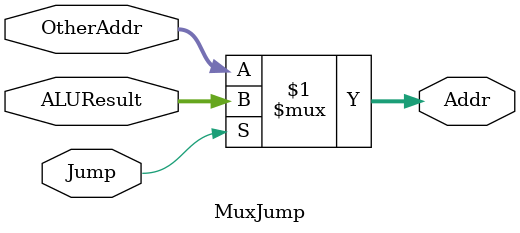
<source format=v>
module MuxJump(
	input Jump,
	input [31:0] ALUResult,
	input [31:0] OtherAddr,
	output [31:0] Addr);

	assign Addr = (Jump) ? ALUResult : OtherAddr;
endmodule 

</source>
